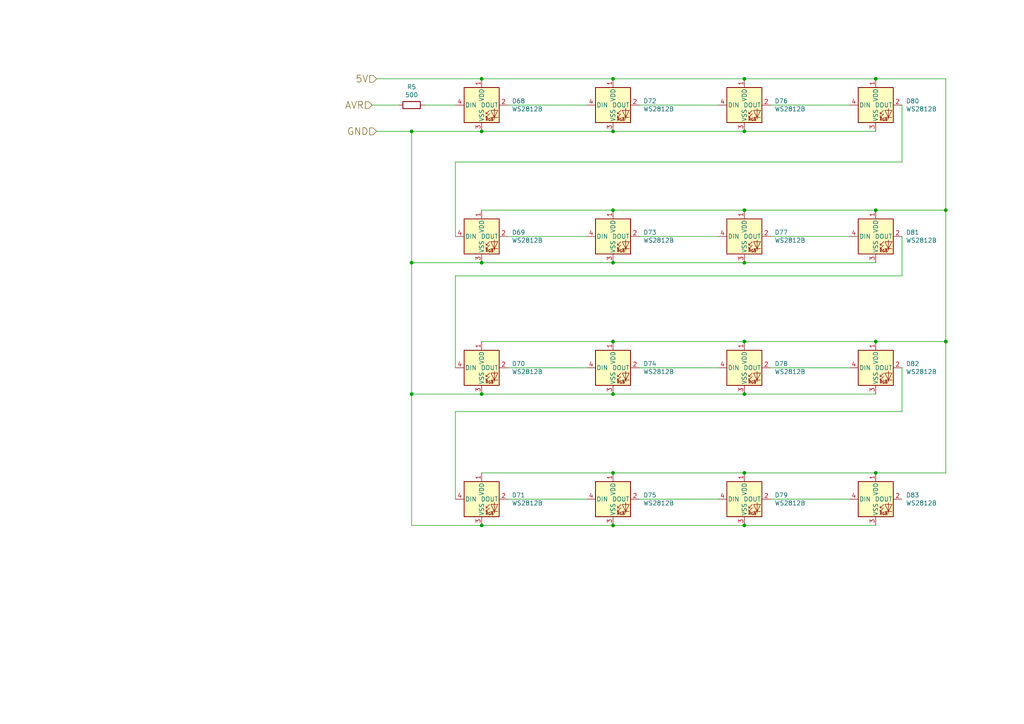
<source format=kicad_sch>
(kicad_sch (version 20230121) (generator eeschema)
  (paper "A4")
  (lib_symbols
    (symbol "Device:R" (pin_numbers hide) (pin_names (offset 0))
      (property "Reference" "R" (at 2.032 0 90))
      (property "Value" "R" (at 0 0 90))
      (symbol "R_0_1"
        (rectangle (start -1.016 -2.54) (end 1.016 2.54) (stroke (width 0.254)))
      )
      (symbol "R_1_1"
        (pin passive line (at 0 3.81 270) (length 1.27) (name "~") (number "1"))
        (pin passive line (at 0 -3.81 90) (length 1.27) (name "~") (number "2"))
      )
    )
    (symbol "LED:WS2812B" (pin_names (offset 0.254))
      (property "Reference" "D" (at 5.08 5.715 0))
      (property "Value" "WS2812B" (at 1.27 -5.715 0))
      (symbol "WS2812B_0_0"
        (text "RGB" (at 2.286 -4.191 0) (effects (font (size 0.762 0.762))))
      )
      (symbol "WS2812B_0_1"
        (polyline (pts (xy 1.27 -3.556) (xy 1.778 -3.556)))
        (polyline (pts (xy 1.27 -2.54) (xy 1.778 -2.54)))
        (polyline (pts (xy 4.699 -3.556) (xy 2.667 -3.556)))
        (polyline (pts (xy 2.286 -2.54) (xy 1.27 -3.556) (xy 1.27 -3.048)))
        (polyline (pts (xy 2.286 -1.524) (xy 1.27 -2.54) (xy 1.27 -2.032)))
        (polyline (pts (xy 3.683 -1.016) (xy 3.683 -3.556) (xy 3.683 -4.064)))
        (polyline (pts (xy 4.699 -1.524) (xy 2.667 -1.524) (xy 3.683 -3.556) (xy 4.699 -1.524)))
        (rectangle (start 5.08 5.08) (end -5.08 -5.08) (stroke (width 0.254)) (fill (type background)))
      )
      (symbol "WS2812B_1_1"
        (pin power_in line (at 0 7.62 270) (length 2.54) (name "VDD") (number "1"))
        (pin output line (at 7.62 0 180) (length 2.54) (name "DOUT") (number "2"))
        (pin power_in line (at 0 -7.62 90) (length 2.54) (name "VSS") (number "3"))
        (pin input line (at -7.62 0 0) (length 2.54) (name "DIN") (number "4"))
      )
    )
  )
  (junction (at 177.8 76.2))
  (junction (at 177.8 137.16))
  (junction (at 139.7 114.3))
  (junction (at 215.9 137.16))
  (junction (at 119.38 76.2))
  (junction (at 254 137.16))
  (junction (at 177.8 60.96))
  (junction (at 254 60.96))
  (junction (at 177.8 22.86))
  (junction (at 254 22.86))
  (junction (at 215.9 99.06))
  (junction (at 215.9 60.96))
  (junction (at 215.9 114.3))
  (junction (at 139.7 152.4))
  (junction (at 254 99.06))
  (junction (at 274.32 60.96))
  (junction (at 139.7 76.2))
  (junction (at 274.32 99.06))
  (junction (at 177.8 114.3))
  (junction (at 119.38 38.1))
  (junction (at 177.8 99.06))
  (junction (at 177.8 38.1))
  (junction (at 119.38 114.3))
  (junction (at 215.9 152.4))
  (junction (at 177.8 152.4))
  (junction (at 139.7 38.1))
  (junction (at 215.9 38.1))
  (junction (at 139.7 22.86))
  (junction (at 215.9 76.2))
  (junction (at 215.9 22.86))
  (wire (pts (xy 119.38 76.2) (xy 139.7 76.2)))
  (wire (pts (xy 139.7 76.2) (xy 177.8 76.2)))
  (wire (pts (xy 119.38 114.3) (xy 139.7 114.3)))
  (wire (pts (xy 177.8 114.3) (xy 215.9 114.3)))
  (wire (pts (xy 254 137.16) (xy 215.9 137.16)))
  (wire (pts (xy 261.62 119.38) (xy 132.08 119.38)))
  (wire (pts (xy 139.7 22.86) (xy 177.8 22.86)))
  (wire (pts (xy 147.32 144.78) (xy 170.18 144.78)))
  (wire (pts (xy 254 99.06) (xy 274.32 99.06)))
  (wire (pts (xy 177.8 38.1) (xy 215.9 38.1)))
  (wire (pts (xy 119.38 152.4) (xy 139.7 152.4)))
  (wire (pts (xy 274.32 60.96) (xy 274.32 99.06)))
  (wire (pts (xy 254 60.96) (xy 274.32 60.96)))
  (wire (pts (xy 139.7 60.96) (xy 177.8 60.96)))
  (wire (pts (xy 223.52 30.48) (xy 246.38 30.48)))
  (wire (pts (xy 215.9 114.3) (xy 254 114.3)))
  (wire (pts (xy 177.8 137.16) (xy 139.7 137.16)))
  (wire (pts (xy 215.9 22.86) (xy 254 22.86)))
  (wire (pts (xy 274.32 22.86) (xy 274.32 60.96)))
  (wire (pts (xy 177.8 152.4) (xy 215.9 152.4)))
  (wire (pts (xy 147.32 30.48) (xy 170.18 30.48)))
  (wire (pts (xy 177.8 76.2) (xy 215.9 76.2)))
  (wire (pts (xy 261.62 46.99) (xy 132.08 46.99)))
  (wire (pts (xy 132.08 80.01) (xy 132.08 106.68)))
  (wire (pts (xy 132.08 46.99) (xy 132.08 68.58)))
  (wire (pts (xy 177.8 60.96) (xy 215.9 60.96)))
  (wire (pts (xy 185.42 106.68) (xy 208.28 106.68)))
  (wire (pts (xy 177.8 99.06) (xy 215.9 99.06)))
  (wire (pts (xy 254 22.86) (xy 274.32 22.86)))
  (wire (pts (xy 261.62 80.01) (xy 132.08 80.01)))
  (wire (pts (xy 177.8 22.86) (xy 215.9 22.86)))
  (wire (pts (xy 215.9 38.1) (xy 254 38.1)))
  (wire (pts (xy 215.9 137.16) (xy 177.8 137.16)))
  (wire (pts (xy 274.32 137.16) (xy 254 137.16)))
  (wire (pts (xy 123.19 30.48) (xy 132.08 30.48)))
  (wire (pts (xy 177.8 152.4) (xy 139.7 152.4)))
  (wire (pts (xy 139.7 99.06) (xy 177.8 99.06)))
  (wire (pts (xy 215.9 60.96) (xy 254 60.96)))
  (wire (pts (xy 185.42 144.78) (xy 208.28 144.78)))
  (wire (pts (xy 119.38 38.1) (xy 139.7 38.1)))
  (wire (pts (xy 274.32 99.06) (xy 274.32 137.16)))
  (wire (pts (xy 223.52 144.78) (xy 246.38 144.78)))
  (wire (pts (xy 119.38 38.1) (xy 119.38 76.2)))
  (wire (pts (xy 132.08 119.38) (xy 132.08 144.78)))
  (wire (pts (xy 261.62 68.58) (xy 261.62 80.01)))
  (wire (pts (xy 119.38 114.3) (xy 119.38 152.4)))
  (wire (pts (xy 107.95 30.48) (xy 115.57 30.48)))
  (wire (pts (xy 215.9 99.06) (xy 254 99.06)))
  (wire (pts (xy 261.62 30.48) (xy 261.62 46.99)))
  (wire (pts (xy 215.9 152.4) (xy 254 152.4)))
  (wire (pts (xy 185.42 30.48) (xy 208.28 30.48)))
  (wire (pts (xy 261.62 106.68) (xy 261.62 119.38)))
  (wire (pts (xy 185.42 68.58) (xy 208.28 68.58)))
  (wire (pts (xy 147.32 68.58) (xy 170.18 68.58)))
  (wire (pts (xy 147.32 106.68) (xy 170.18 106.68)))
  (wire (pts (xy 139.7 114.3) (xy 177.8 114.3)))
  (wire (pts (xy 223.52 106.68) (xy 246.38 106.68)))
  (wire (pts (xy 223.52 68.58) (xy 246.38 68.58)))
  (wire (pts (xy 139.7 38.1) (xy 177.8 38.1)))
  (wire (pts (xy 215.9 76.2) (xy 254 76.2)))
  (wire (pts (xy 109.22 38.1) (xy 119.38 38.1)))
  (wire (pts (xy 109.22 22.86) (xy 139.7 22.86)))
  (wire (pts (xy 119.38 76.2) (xy 119.38 114.3)))
  (hierarchical_label "GND" (shape input) (at 109.22 38.1 180) (effects (font (size 2.0066 2.0066))))
  (hierarchical_label "AVR" (shape input) (at 107.95 30.48 180) (effects (font (size 2.0066 2.0066))))
  (hierarchical_label "5V" (shape input) (at 109.22 22.86 180) (effects (font (size 2.0066 2.0066))))
  (symbol (lib_id "LED:WS2812B") (at 139.7 30.48 0) (unit 1)
    (property "Reference" "D68" (at 148.4376 29.3116 0) (effects (justify left)))
    (property "Value" "WS2812B" (at 148.4376 31.623 0) (effects (justify left)))
    (property "Footprint" "LED_SMD:LED_WS2812B_PLCC4_5.0x5.0mm_P3.2mm" (effects hide))
    (property "Datasheet" "https://cdn-shop.adafruit.com/datasheets/WS2812B.pdf" (effects hide))
  )
  (symbol (lib_id "LED:WS2812B") (at 177.8 30.48 0) (unit 1)
    (property "Reference" "D72" (at 186.5376 29.3116 0) (effects (justify left)))
    (property "Value" "WS2812B" (at 186.5376 31.623 0) (effects (justify left)))
    (property "Footprint" "LED_SMD:LED_WS2812B_PLCC4_5.0x5.0mm_P3.2mm" (effects hide))
    (property "Datasheet" "https://cdn-shop.adafruit.com/datasheets/WS2812B.pdf" (effects hide))
  )
  (symbol (lib_id "LED:WS2812B") (at 139.7 68.58 0) (unit 1)
    (property "Reference" "D69" (at 148.4376 67.4116 0) (effects (justify left)))
    (property "Value" "WS2812B" (at 148.4376 69.723 0) (effects (justify left)))
    (property "Footprint" "LED_SMD:LED_WS2812B_PLCC4_5.0x5.0mm_P3.2mm" (effects hide))
    (property "Datasheet" "https://cdn-shop.adafruit.com/datasheets/WS2812B.pdf" (effects hide))
  )
  (symbol (lib_id "LED:WS2812B") (at 177.8 68.58 0) (unit 1)
    (property "Reference" "D73" (at 186.5376 67.4116 0) (effects (justify left)))
    (property "Value" "WS2812B" (at 186.5376 69.723 0) (effects (justify left)))
    (property "Footprint" "LED_SMD:LED_WS2812B_PLCC4_5.0x5.0mm_P3.2mm" (effects hide))
    (property "Datasheet" "https://cdn-shop.adafruit.com/datasheets/WS2812B.pdf" (effects hide))
  )
  (symbol (lib_id "LED:WS2812B") (at 215.9 30.48 0) (unit 1)
    (property "Reference" "D76" (at 224.6376 29.3116 0) (effects (justify left)))
    (property "Value" "WS2812B" (at 224.6376 31.623 0) (effects (justify left)))
    (property "Footprint" "LED_SMD:LED_WS2812B_PLCC4_5.0x5.0mm_P3.2mm" (effects hide))
    (property "Datasheet" "https://cdn-shop.adafruit.com/datasheets/WS2812B.pdf" (effects hide))
  )
  (symbol (lib_id "LED:WS2812B") (at 254 30.48 0) (unit 1)
    (property "Reference" "D80" (at 262.7376 29.3116 0) (effects (justify left)))
    (property "Value" "WS2812B" (at 262.7376 31.623 0) (effects (justify left)))
    (property "Footprint" "LED_SMD:LED_WS2812B_PLCC4_5.0x5.0mm_P3.2mm" (effects hide))
    (property "Datasheet" "https://cdn-shop.adafruit.com/datasheets/WS2812B.pdf" (effects hide))
  )
  (symbol (lib_id "LED:WS2812B") (at 215.9 68.58 0) (unit 1)
    (property "Reference" "D77" (at 224.6376 67.4116 0) (effects (justify left)))
    (property "Value" "WS2812B" (at 224.6376 69.723 0) (effects (justify left)))
    (property "Footprint" "LED_SMD:LED_WS2812B_PLCC4_5.0x5.0mm_P3.2mm" (effects hide))
    (property "Datasheet" "https://cdn-shop.adafruit.com/datasheets/WS2812B.pdf" (effects hide))
  )
  (symbol (lib_id "LED:WS2812B") (at 254 68.58 0) (unit 1)
    (property "Reference" "D81" (at 262.7376 67.4116 0) (effects (justify left)))
    (property "Value" "WS2812B" (at 262.7376 69.723 0) (effects (justify left)))
    (property "Footprint" "LED_SMD:LED_WS2812B_PLCC4_5.0x5.0mm_P3.2mm" (effects hide))
    (property "Datasheet" "https://cdn-shop.adafruit.com/datasheets/WS2812B.pdf" (effects hide))
  )
  (symbol (lib_id "LED:WS2812B") (at 139.7 106.68 0) (unit 1)
    (property "Reference" "D70" (at 148.4376 105.5116 0) (effects (justify left)))
    (property "Value" "WS2812B" (at 148.4376 107.823 0) (effects (justify left)))
    (property "Footprint" "LED_SMD:LED_WS2812B_PLCC4_5.0x5.0mm_P3.2mm" (effects hide))
    (property "Datasheet" "https://cdn-shop.adafruit.com/datasheets/WS2812B.pdf" (effects hide))
  )
  (symbol (lib_id "LED:WS2812B") (at 177.8 106.68 0) (unit 1)
    (property "Reference" "D74" (at 186.5376 105.5116 0) (effects (justify left)))
    (property "Value" "WS2812B" (at 186.5376 107.823 0) (effects (justify left)))
    (property "Footprint" "LED_SMD:LED_WS2812B_PLCC4_5.0x5.0mm_P3.2mm" (effects hide))
    (property "Datasheet" "https://cdn-shop.adafruit.com/datasheets/WS2812B.pdf" (effects hide))
  )
  (symbol (lib_id "LED:WS2812B") (at 139.7 144.78 0) (unit 1)
    (property "Reference" "D71" (at 148.4376 143.6116 0) (effects (justify left)))
    (property "Value" "WS2812B" (at 148.4376 145.923 0) (effects (justify left)))
    (property "Footprint" "LED_SMD:LED_WS2812B_PLCC4_5.0x5.0mm_P3.2mm" (effects hide))
    (property "Datasheet" "https://cdn-shop.adafruit.com/datasheets/WS2812B.pdf" (effects hide))
  )
  (symbol (lib_id "LED:WS2812B") (at 177.8 144.78 0) (unit 1)
    (property "Reference" "D75" (at 186.5376 143.6116 0) (effects (justify left)))
    (property "Value" "WS2812B" (at 186.5376 145.923 0) (effects (justify left)))
    (property "Footprint" "LED_SMD:LED_WS2812B_PLCC4_5.0x5.0mm_P3.2mm" (effects hide))
    (property "Datasheet" "https://cdn-shop.adafruit.com/datasheets/WS2812B.pdf" (effects hide))
  )
  (symbol (lib_id "LED:WS2812B") (at 215.9 106.68 0) (unit 1)
    (property "Reference" "D78" (at 224.6376 105.5116 0) (effects (justify left)))
    (property "Value" "WS2812B" (at 224.6376 107.823 0) (effects (justify left)))
    (property "Footprint" "LED_SMD:LED_WS2812B_PLCC4_5.0x5.0mm_P3.2mm" (effects hide))
    (property "Datasheet" "https://cdn-shop.adafruit.com/datasheets/WS2812B.pdf" (effects hide))
  )
  (symbol (lib_id "LED:WS2812B") (at 254 106.68 0) (unit 1)
    (property "Reference" "D82" (at 262.7376 105.5116 0) (effects (justify left)))
    (property "Value" "WS2812B" (at 262.7376 107.823 0) (effects (justify left)))
    (property "Footprint" "LED_SMD:LED_WS2812B_PLCC4_5.0x5.0mm_P3.2mm" (effects hide))
    (property "Datasheet" "https://cdn-shop.adafruit.com/datasheets/WS2812B.pdf" (effects hide))
  )
  (symbol (lib_id "LED:WS2812B") (at 215.9 144.78 0) (unit 1)
    (property "Reference" "D79" (at 224.6376 143.6116 0) (effects (justify left)))
    (property "Value" "WS2812B" (at 224.6376 145.923 0) (effects (justify left)))
    (property "Footprint" "LED_SMD:LED_WS2812B_PLCC4_5.0x5.0mm_P3.2mm" (effects hide))
    (property "Datasheet" "https://cdn-shop.adafruit.com/datasheets/WS2812B.pdf" (effects hide))
  )
  (symbol (lib_id "LED:WS2812B") (at 254 144.78 0) (unit 1)
    (property "Reference" "D83" (at 262.7376 143.6116 0) (effects (justify left)))
    (property "Value" "WS2812B" (at 262.7376 145.923 0) (effects (justify left)))
    (property "Footprint" "LED_SMD:LED_WS2812B_PLCC4_5.0x5.0mm_P3.2mm" (effects hide))
    (property "Datasheet" "https://cdn-shop.adafruit.com/datasheets/WS2812B.pdf" (effects hide))
  )
  (symbol (lib_id "Device:R") (at 119.38 30.48 90) (unit 1)
    (property "Reference" "R5" (at 119.38 25.2222 90))
    (property "Value" "500" (at 119.38 27.5336 90))
    (property "Footprint" "Resistor_SMD:R_0805_2012Metric" (effects hide))
  )
)
</source>
